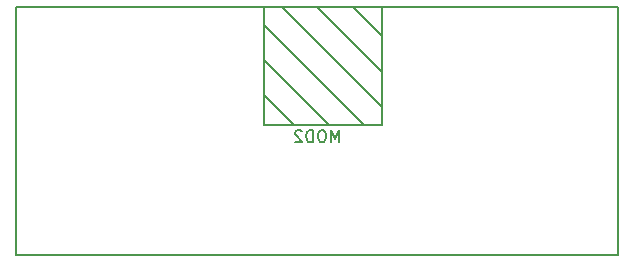
<source format=gbr>
G04 #@! TF.GenerationSoftware,KiCad,Pcbnew,(5.0.2)-1*
G04 #@! TF.CreationDate,2019-03-16T18:46:31-04:00*
G04 #@! TF.ProjectId,2p3s-pwr-pack,32703373-2d70-4777-922d-7061636b2e6b,V1*
G04 #@! TF.SameCoordinates,Original*
G04 #@! TF.FileFunction,Other,Fab,Bot*
%FSLAX46Y46*%
G04 Gerber Fmt 4.6, Leading zero omitted, Abs format (unit mm)*
G04 Created by KiCad (PCBNEW (5.0.2)-1) date 3/16/2019 6:46:31 PM*
%MOMM*%
%LPD*%
G01*
G04 APERTURE LIST*
%ADD10C,0.150000*%
G04 APERTURE END LIST*
D10*
G04 #@! TO.C,MOD2*
X146250000Y-91000000D02*
X148750000Y-93500000D01*
X148750000Y-96500000D02*
X143250000Y-91000000D01*
X140250000Y-91000000D02*
X148750000Y-99500000D01*
X138750000Y-92500000D02*
X147250000Y-101000000D01*
X138750000Y-95500000D02*
X144250000Y-101000000D01*
X138750000Y-96000000D02*
X138750000Y-95500000D01*
X141250000Y-101000000D02*
X144250000Y-101000000D01*
X138750000Y-98500000D02*
X141250000Y-101000000D01*
X138750000Y-101000000D02*
X148750000Y-101000000D01*
X138750000Y-101000000D02*
X138750000Y-91000000D01*
X148750000Y-101000000D02*
X148750000Y-91000000D01*
X117750000Y-112000000D02*
X168750000Y-112000000D01*
X117750000Y-91000000D02*
X168750000Y-91000000D01*
X117750000Y-112000000D02*
X117750000Y-91000000D01*
X168750000Y-112000000D02*
X168750000Y-91000000D01*
G04 #@! TD*
G04 #@! TO.C,MOD2*
X145083333Y-102452380D02*
X145083333Y-101452380D01*
X144750000Y-102166666D01*
X144416666Y-101452380D01*
X144416666Y-102452380D01*
X143750000Y-101452380D02*
X143559523Y-101452380D01*
X143464285Y-101500000D01*
X143369047Y-101595238D01*
X143321428Y-101785714D01*
X143321428Y-102119047D01*
X143369047Y-102309523D01*
X143464285Y-102404761D01*
X143559523Y-102452380D01*
X143750000Y-102452380D01*
X143845238Y-102404761D01*
X143940476Y-102309523D01*
X143988095Y-102119047D01*
X143988095Y-101785714D01*
X143940476Y-101595238D01*
X143845238Y-101500000D01*
X143750000Y-101452380D01*
X142892857Y-102452380D02*
X142892857Y-101452380D01*
X142654761Y-101452380D01*
X142511904Y-101500000D01*
X142416666Y-101595238D01*
X142369047Y-101690476D01*
X142321428Y-101880952D01*
X142321428Y-102023809D01*
X142369047Y-102214285D01*
X142416666Y-102309523D01*
X142511904Y-102404761D01*
X142654761Y-102452380D01*
X142892857Y-102452380D01*
X141940476Y-101547619D02*
X141892857Y-101500000D01*
X141797619Y-101452380D01*
X141559523Y-101452380D01*
X141464285Y-101500000D01*
X141416666Y-101547619D01*
X141369047Y-101642857D01*
X141369047Y-101738095D01*
X141416666Y-101880952D01*
X141988095Y-102452380D01*
X141369047Y-102452380D01*
G04 #@! TD*
M02*

</source>
